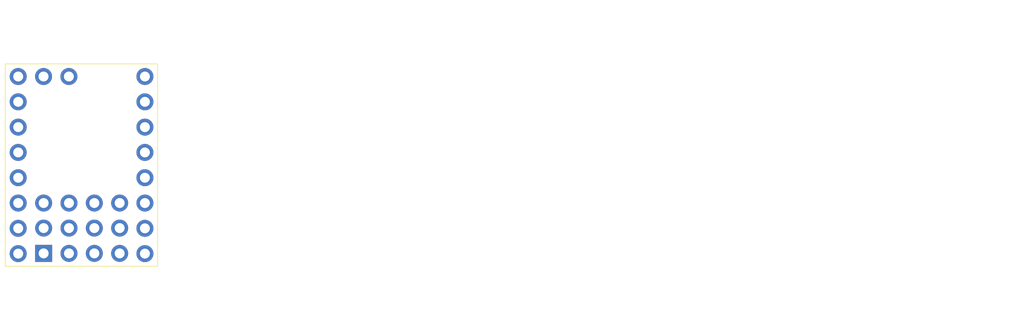
<source format=kicad_pcb>
(kicad_pcb (version 20240108) (generator "pcbnew") (generator_version "8.0")
  (title_block (title "Generic Stepstick Socket") (date "2024-08-16") (rev "V1.0") (company "Quandra") (comment 1 "Author(s): Phil & Emiel"))
  (layers (0 "F.Cu" signal) (31 "B.Cu" signal) (34 "B.Paste" user) (35 "F.Paste" user) (36 "B.SilkS" user "B.Silkscreen") (37 "F.SilkS" user "F.Silkscreen") (38 "B.Mask" user) (39 "F.Mask" user) (44 "Edge.Cuts" user))
  (net 0 "")
  (net 1 "/DIR")
  (net 2 "/STEP")
  (net 3 "GNDREF")
  (net 4 "/A1")
  (net 5 "/B1")
  (net 6 "/B2")
  (net 7 "VIO")
  (net 8 "/A2")
  (net 9 "/~{ENABLE}")
  (net 10 "/DIAG1")
  (net 11 "/DIAG0")
  (net 12 "/DC0")
  (net 13 "/CFG0")
  (net 14 "/CFG2")
  (net 15 "/CFG3")
  (net 16 "/CFG1")
  (net 17 "VMOT")
  (net 18 "/B.4")
  (net 19 "/B.2")
  (net 20 "/B.1")
  (net 21 "/B.3")
  (net 22 "/A.3")
  (net 23 "/A.1")
  (net 24 "/A.2")
  (net 25 "/A.4")
  (net 26 "/C.3")
  (net 27 "/C.2")
  (net 28 "/C.4")
  (net 29 "/C.1")
  (footprint "Connector_PinHeader_2.54mm:PinHeader_1x04_P2.54mm_Vertical" (layer "F.Cu") (at 145.85 102.63 90)
    (property "Reference" "J6" (hide yes))
    (property "Value" "Conn_01x04_Pin" (hide yes))
    (pad "1" thru_hole rect (at 0 0 90) (size 1.7 1.7) (drill 1) (layers "*.Cu" "*.Mask") (net 29 "/C.1"))
    (pad "2" thru_hole oval (at 0 2.54 90) (size 1.7 1.7) (drill 1) (layers "*.Cu" "*.Mask") (net 27 "/C.2"))
    (pad "3" thru_hole oval (at 0 5.08 90) (size 1.7 1.7) (drill 1) (layers "*.Cu" "*.Mask") (net 26 "/C.3"))
    (pad "4" thru_hole oval (at 0 7.62 90) (size 1.7 1.7) (drill 1) (layers "*.Cu" "*.Mask") (net 28 "/C.4"))
  )
  (footprint "Connector_PinHeader_2.54mm:PinHeader_1x04_P2.54mm_Vertical" (layer "F.Cu") (at 145.85 97.575 90)
    (property "Reference" "J5" (hide yes))
    (property "Value" "Conn_01x04_Pin" (hide yes))
    (pad "1" thru_hole circle (at 0 0 90) (size 1.7 1.7) (drill 1) (layers "*.Cu" "*.Mask") (net 23 "/A.1"))
    (pad "2" thru_hole oval (at 0 2.54 90) (size 1.7 1.7) (drill 1) (layers "*.Cu" "*.Mask") (net 24 "/A.2"))
    (pad "3" thru_hole oval (at 0 5.08 90) (size 1.7 1.7) (drill 1) (layers "*.Cu" "*.Mask") (net 22 "/A.3"))
    (pad "4" thru_hole oval (at 0 7.62 90) (size 1.7 1.7) (drill 1) (layers "*.Cu" "*.Mask") (net 25 "/A.4"))
  )
  (footprint "Connector_PinSocket_2.54mm:PinSocket_1x08_P2.54mm_Vertical" (layer "F.Cu") (at 143.3 84.875)
    (property "Reference" "J1" (hide yes))
    (property "Value" "Conn_01x08_Socket" (hide yes))
    (pad "1" thru_hole circle (at 0 0) (size 1.7 1.7) (drill 1) (layers "*.Cu" "*.Mask") (net 9 "/~{ENABLE}"))
    (pad "2" thru_hole oval (at 0 2.54) (size 1.7 1.7) (drill 1) (layers "*.Cu" "*.Mask") (net 16 "/CFG1"))
    (pad "3" thru_hole oval (at 0 5.08) (size 1.7 1.7) (drill 1) (layers "*.Cu" "*.Mask") (net 14 "/CFG2"))
    (pad "4" thru_hole oval (at 0 7.62) (size 1.7 1.7) (drill 1) (layers "*.Cu" "*.Mask") (net 15 "/CFG3"))
    (pad "5" thru_hole oval (at 0 10.16) (size 1.7 1.7) (drill 1) (layers "*.Cu" "*.Mask") (net 13 "/CFG0"))
    (pad "6" thru_hole oval (at 0 12.7) (size 1.7 1.7) (drill 1) (layers "*.Cu" "*.Mask") (net 12 "/DC0"))
    (pad "7" thru_hole oval (at 0 15.24) (size 1.7 1.7) (drill 1) (layers "*.Cu" "*.Mask") (net 2 "/STEP"))
    (pad "8" thru_hole oval (at 0 17.78) (size 1.7 1.7) (drill 1) (layers "*.Cu" "*.Mask") (net 1 "/DIR"))
  )
  (footprint "Connector_PinHeader_2.54mm:PinHeader_1x04_P2.54mm_Vertical" (layer "F.Cu") (at 145.85 100.09 90)
    (property "Reference" "J3" (hide yes))
    (property "Value" "Conn_01x04_Pin" (hide yes))
    (pad "1" thru_hole circle (at 0 0 90) (size 1.7 1.7) (drill 1) (layers "*.Cu" "*.Mask") (net 20 "/B.1"))
    (pad "2" thru_hole oval (at 0 2.54 90) (size 1.7 1.7) (drill 1) (layers "*.Cu" "*.Mask") (net 19 "/B.2"))
    (pad "3" thru_hole oval (at 0 5.08 90) (size 1.7 1.7) (drill 1) (layers "*.Cu" "*.Mask") (net 21 "/B.3"))
    (pad "4" thru_hole oval (at 0 7.62 90) (size 1.7 1.7) (drill 1) (layers "*.Cu" "*.Mask") (net 18 "/B.4"))
  )
  (footprint "Connector_PinSocket_2.54mm:PinSocket_1x08_P2.54mm_Vertical" (layer "F.Cu") (at 156 84.875)
    (property "Reference" "J2" (hide yes))
    (property "Value" "Conn_01x08_Socket" (hide yes))
    (pad "1" thru_hole circle (at 0 0) (size 1.7 1.7) (drill 1) (layers "*.Cu" "*.Mask") (net 17 "VMOT"))
    (pad "2" thru_hole oval (at 0 2.54) (size 1.7 1.7) (drill 1) (layers "*.Cu" "*.Mask") (net 3 "GNDREF"))
    (pad "3" thru_hole oval (at 0 5.08) (size 1.7 1.7) (drill 1) (layers "*.Cu" "*.Mask") (net 8 "/A2"))
    (pad "4" thru_hole oval (at 0 7.62) (size 1.7 1.7) (drill 1) (layers "*.Cu" "*.Mask") (net 4 "/A1"))
    (pad "5" thru_hole oval (at 0 10.16) (size 1.7 1.7) (drill 1) (layers "*.Cu" "*.Mask") (net 5 "/B1"))
    (pad "6" thru_hole oval (at 0 12.7) (size 1.7 1.7) (drill 1) (layers "*.Cu" "*.Mask") (net 6 "/B2"))
    (pad "7" thru_hole oval (at 0 15.24) (size 1.7 1.7) (drill 1) (layers "*.Cu" "*.Mask") (net 7 "VIO"))
    (pad "8" thru_hole oval (at 0 17.78) (size 1.7 1.7) (drill 1) (layers "*.Cu" "*.Mask") (net 3 "GNDREF"))
  )
  (footprint "Connector_PinSocket_2.54mm:PinSocket_1x02_P2.54mm_Vertical" (layer "F.Cu") (at 145.84 84.875 90)
    (property "Reference" "J4" (hide yes))
    (property "Value" "Conn_01x02_Socket" (hide yes))
    (pad "1" thru_hole circle (at 0 0 90) (size 1.7 1.7) (drill 1) (layers "*.Cu" "*.Mask") (net 11 "/DIAG0"))
    (pad "2" thru_hole oval (at 0 2.54 90) (size 1.7 1.7) (drill 1) (layers "*.Cu" "*.Mask") (net 10 "/DIAG1"))
  )
  (gr_rect (start 142 83.605) (end 157.27 103.925) (stroke (width 0.1)) (fill none) (layer "F.SilkS"))
)
</source>
